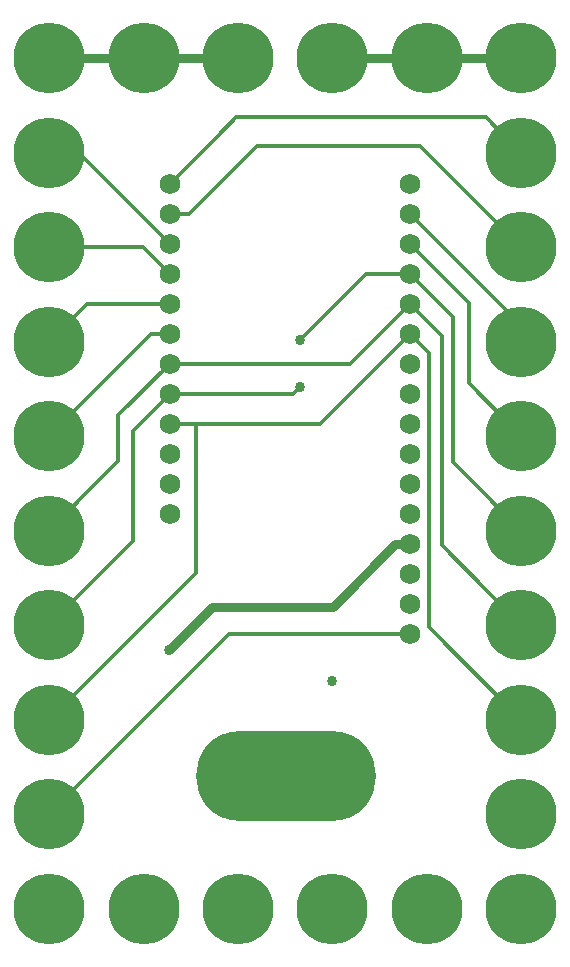
<source format=gtl>
%TF.GenerationSoftware,KiCad,Pcbnew,4.0.7-e2-6376~58~ubuntu16.04.1*%
%TF.CreationDate,2018-02-08T08:24:49-08:00*%
%TF.ProjectId,6x10-Feather-Huzzah-ESP8266,367831302D466561746865722D48757A,1.0*%
%TF.FileFunction,Copper,L1,Top,Signal*%
%FSLAX46Y46*%
G04 Gerber Fmt 4.6, Leading zero omitted, Abs format (unit mm)*
G04 Created by KiCad (PCBNEW 4.0.7-e2-6376~58~ubuntu16.04.1) date Thu Feb  8 08:24:49 2018*
%MOMM*%
%LPD*%
G01*
G04 APERTURE LIST*
%ADD10C,0.350000*%
%ADD11O,15.240000X7.620000*%
%ADD12C,1.727200*%
%ADD13C,6.000000*%
%ADD14C,0.863600*%
%ADD15C,0.762000*%
%ADD16C,0.330200*%
%ADD17C,0.350000*%
G04 APERTURE END LIST*
D10*
D11*
X82804000Y-94107000D03*
D12*
X93291000Y-82044400D03*
X93291000Y-79504400D03*
X93291000Y-76964400D03*
X93291000Y-71884400D03*
X93291000Y-69344400D03*
X93291000Y-66804400D03*
X93291000Y-64264400D03*
X93291000Y-61724400D03*
X93291000Y-59184400D03*
X93291000Y-56644400D03*
X93291000Y-54104400D03*
X93291000Y-51564400D03*
X93291000Y-49024400D03*
X93291000Y-46484400D03*
X72971000Y-46484400D03*
X72971000Y-54104400D03*
X72971000Y-59184400D03*
X72971000Y-56644400D03*
X72971000Y-69344400D03*
X72971000Y-66804400D03*
X72971000Y-64264400D03*
X72971000Y-61724400D03*
X72971000Y-71884400D03*
X72971000Y-49024400D03*
X72971000Y-51564400D03*
D13*
X62743000Y-73307400D03*
X62744000Y-81307400D03*
X62744000Y-97307400D03*
X62744000Y-65307400D03*
X62744000Y-89307400D03*
X62743000Y-57307400D03*
X62743000Y-49307400D03*
X62744000Y-105307400D03*
X70743000Y-105307400D03*
X78743000Y-105307400D03*
X94743000Y-105307400D03*
X78743000Y-33307400D03*
X86743000Y-33307400D03*
X62744000Y-33307400D03*
X70743000Y-33307400D03*
X102743000Y-33307400D03*
X102743000Y-49307400D03*
X102743000Y-57307400D03*
X102743000Y-65307400D03*
X102743000Y-73307400D03*
X102743000Y-81307400D03*
X102743000Y-89307400D03*
X102743000Y-97307400D03*
X102743000Y-105307400D03*
D12*
X72971000Y-43944400D03*
X93291000Y-43944400D03*
D13*
X62743000Y-41307400D03*
X102743000Y-41307400D03*
D12*
X93291000Y-74485900D03*
D13*
X86743000Y-105307400D03*
X94743000Y-33307400D03*
D14*
X86743000Y-86052400D03*
X83997800Y-57150000D03*
X83997800Y-61137800D03*
X72898000Y-83388200D03*
D15*
X70743000Y-33307400D02*
X74985640Y-33307400D01*
X74985640Y-33307400D02*
X78743000Y-33307400D01*
X62744000Y-33307400D02*
X66986640Y-33307400D01*
X66986640Y-33307400D02*
X70743000Y-33307400D01*
D16*
X85671000Y-64264400D02*
X75057000Y-64264400D01*
X75057000Y-64264400D02*
X72971000Y-64264400D01*
X62744000Y-89307400D02*
X75158600Y-76892800D01*
X75158600Y-76892800D02*
X75158600Y-64366000D01*
X75158600Y-64366000D02*
X75057000Y-64264400D01*
X93291000Y-56644400D02*
X85671000Y-64264400D01*
X72971000Y-64264400D02*
X74192314Y-64264400D01*
X94945200Y-58298600D02*
X94945200Y-81509600D01*
X94945200Y-81509600D02*
X102743000Y-89307400D01*
X93291000Y-56644400D02*
X94945200Y-58298600D01*
X72971000Y-59184400D02*
X88211000Y-59184400D01*
X88211000Y-59184400D02*
X93291000Y-54104400D01*
X68605400Y-67437000D02*
X68605400Y-63550000D01*
X68605400Y-63550000D02*
X72971000Y-59184400D01*
X65742999Y-70299401D02*
X68605400Y-67437000D01*
X62743000Y-73307400D02*
X65742999Y-70307401D01*
X65742999Y-70307401D02*
X65742999Y-70299401D01*
X93291000Y-54104400D02*
X95986600Y-56800000D01*
X95986600Y-56800000D02*
X95986600Y-74551000D01*
X99743001Y-78307401D02*
X102743000Y-81307400D01*
X95986600Y-74551000D02*
X99743001Y-78307401D01*
X93291000Y-51564400D02*
X89583400Y-51564400D01*
X89583400Y-51564400D02*
X83997800Y-57150000D01*
X83411200Y-61724400D02*
X83997800Y-61137800D01*
X72971000Y-61724400D02*
X83411200Y-61724400D01*
X69850000Y-74201400D02*
X69850000Y-64845400D01*
X69850000Y-64845400D02*
X72971000Y-61724400D01*
X62744000Y-81307400D02*
X69850000Y-74201400D01*
X93291000Y-51564400D02*
X96926400Y-55199800D01*
X96926400Y-55199800D02*
X96926400Y-67490800D01*
X96926400Y-67490800D02*
X99743001Y-70307401D01*
X99743001Y-70307401D02*
X102743000Y-73307400D01*
D15*
X76504800Y-79781400D02*
X72898000Y-83388200D01*
X86774186Y-79781400D02*
X76504800Y-79781400D01*
X93291000Y-74485900D02*
X92069686Y-74485900D01*
X92069686Y-74485900D02*
X86774186Y-79781400D01*
X94743000Y-33307400D02*
X102743000Y-33307400D01*
X86743000Y-33307400D02*
X94743000Y-33307400D01*
D16*
X93291000Y-82044400D02*
X78007000Y-82044400D01*
X78007000Y-82044400D02*
X62744000Y-97307400D01*
X98272600Y-54006000D02*
X98272600Y-60837000D01*
X98272600Y-60837000D02*
X102743000Y-65307400D01*
X93291000Y-49024400D02*
X98272600Y-54006000D01*
X93291000Y-46484400D02*
X102743000Y-55936400D01*
X102743000Y-55936400D02*
X102743000Y-57307400D01*
X80314800Y-40741600D02*
X94177200Y-40741600D01*
X94177200Y-40741600D02*
X102743000Y-49307400D01*
X74572000Y-46484400D02*
X80314800Y-40741600D01*
X72971000Y-46484400D02*
X74572000Y-46484400D01*
X72971000Y-54104400D02*
X65946000Y-54104400D01*
X65946000Y-54104400D02*
X62743000Y-57307400D01*
X72971000Y-56644400D02*
X71407000Y-56644400D01*
X71407000Y-56644400D02*
X62744000Y-65307400D01*
X72971000Y-49024400D02*
X65254000Y-41307400D01*
X65254000Y-41307400D02*
X62743000Y-41307400D01*
X62743000Y-49307400D02*
X70714000Y-49307400D01*
X70714000Y-49307400D02*
X72971000Y-51564400D01*
X72971000Y-43944400D02*
X77139800Y-39775600D01*
X102743000Y-41307400D02*
X99743001Y-38307401D01*
X77139800Y-39775600D02*
X77672400Y-39243000D01*
X99743001Y-38307401D02*
X78607999Y-38307401D01*
X78607999Y-38307401D02*
X77139800Y-39775600D01*
D17*
X86743000Y-86052400D03*
X83997800Y-57150000D03*
X83997800Y-61137800D03*
X72898000Y-83388200D03*
X93291000Y-82044400D03*
X93291000Y-79504400D03*
X93291000Y-76964400D03*
X93291000Y-71884400D03*
X93291000Y-69344400D03*
X93291000Y-66804400D03*
X93291000Y-64264400D03*
X93291000Y-61724400D03*
X93291000Y-59184400D03*
X93291000Y-56644400D03*
X93291000Y-54104400D03*
X93291000Y-51564400D03*
X93291000Y-49024400D03*
X93291000Y-46484400D03*
X72971000Y-46484400D03*
X72971000Y-54104400D03*
X72971000Y-59184400D03*
X72971000Y-56644400D03*
X72971000Y-69344400D03*
X72971000Y-66804400D03*
X72971000Y-64264400D03*
X72971000Y-61724400D03*
X72971000Y-71884400D03*
X72971000Y-49024400D03*
X72971000Y-51564400D03*
X62743000Y-73307400D03*
X62744000Y-81307400D03*
X62744000Y-97307400D03*
X62744000Y-65307400D03*
X62744000Y-89307400D03*
X62743000Y-57307400D03*
X62743000Y-49307400D03*
X62744000Y-105307400D03*
X70743000Y-105307400D03*
X78743000Y-105307400D03*
X94743000Y-105307400D03*
X78743000Y-33307400D03*
X86743000Y-33307400D03*
X62744000Y-33307400D03*
X70743000Y-33307400D03*
X102743000Y-33307400D03*
X102743000Y-49307400D03*
X102743000Y-57307400D03*
X102743000Y-65307400D03*
X102743000Y-73307400D03*
X102743000Y-81307400D03*
X102743000Y-89307400D03*
X102743000Y-97307400D03*
X102743000Y-105307400D03*
X72971000Y-43944400D03*
X93291000Y-43944400D03*
X62743000Y-41307400D03*
X102743000Y-41307400D03*
X93291000Y-74485900D03*
X86743000Y-105307400D03*
X94743000Y-33307400D03*
M02*

</source>
